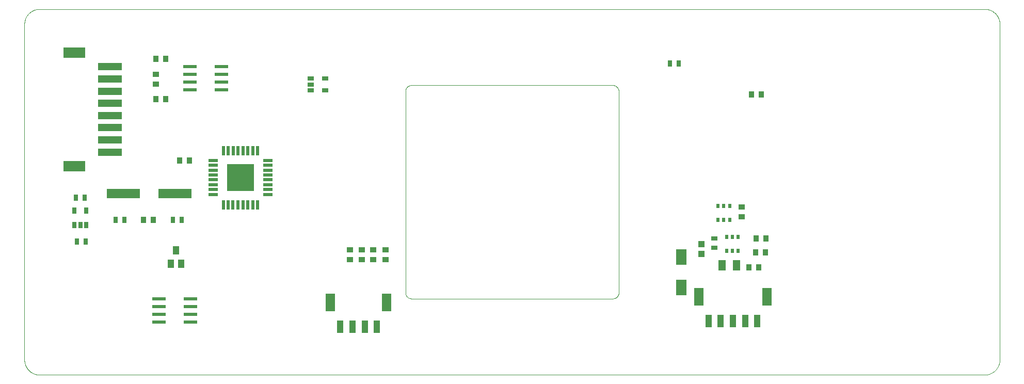
<source format=gtp>
G75*
%MOIN*%
%OFA0B0*%
%FSLAX25Y25*%
%IPPOS*%
%LPD*%
%AMOC8*
5,1,8,0,0,1.08239X$1,22.5*
%
%ADD10C,0.00039*%
%ADD11C,0.00000*%
%ADD12R,0.03937X0.03150*%
%ADD13R,0.03150X0.03937*%
%ADD14R,0.06693X0.09862*%
%ADD15R,0.15748X0.04724*%
%ADD16R,0.14173X0.06693*%
%ADD17R,0.04331X0.07874*%
%ADD18R,0.06299X0.11811*%
%ADD19R,0.03937X0.03937*%
%ADD20R,0.21654X0.05906*%
%ADD21R,0.03543X0.03937*%
%ADD22R,0.03937X0.03543*%
%ADD23R,0.08661X0.02362*%
%ADD24R,0.17717X0.17717*%
%ADD25R,0.01969X0.06299*%
%ADD26R,0.06299X0.01969*%
%ADD27R,0.02165X0.02559*%
%ADD28R,0.03937X0.05512*%
%ADD29R,0.03937X0.02756*%
%ADD30R,0.04724X0.07087*%
%ADD31R,0.02756X0.03937*%
D10*
X0032245Y0014343D02*
X0032245Y0230878D01*
X0032244Y0230878D02*
X0032247Y0231116D01*
X0032255Y0231354D01*
X0032270Y0231591D01*
X0032290Y0231828D01*
X0032316Y0232064D01*
X0032347Y0232300D01*
X0032384Y0232535D01*
X0032427Y0232769D01*
X0032476Y0233002D01*
X0032530Y0233234D01*
X0032590Y0233464D01*
X0032655Y0233693D01*
X0032726Y0233920D01*
X0032802Y0234145D01*
X0032884Y0234368D01*
X0032971Y0234590D01*
X0033063Y0234809D01*
X0033161Y0235026D01*
X0033263Y0235240D01*
X0033371Y0235452D01*
X0033485Y0235662D01*
X0033603Y0235868D01*
X0033726Y0236072D01*
X0033854Y0236272D01*
X0033986Y0236469D01*
X0034124Y0236664D01*
X0034266Y0236854D01*
X0034413Y0237042D01*
X0034564Y0237225D01*
X0034719Y0237405D01*
X0034879Y0237581D01*
X0035043Y0237753D01*
X0035212Y0237922D01*
X0035384Y0238086D01*
X0035560Y0238246D01*
X0035740Y0238401D01*
X0035923Y0238552D01*
X0036111Y0238699D01*
X0036301Y0238841D01*
X0036496Y0238979D01*
X0036693Y0239111D01*
X0036893Y0239239D01*
X0037097Y0239362D01*
X0037303Y0239480D01*
X0037513Y0239594D01*
X0037725Y0239702D01*
X0037939Y0239804D01*
X0038156Y0239902D01*
X0038375Y0239994D01*
X0038597Y0240081D01*
X0038820Y0240163D01*
X0039045Y0240239D01*
X0039272Y0240310D01*
X0039501Y0240375D01*
X0039731Y0240435D01*
X0039963Y0240489D01*
X0040196Y0240538D01*
X0040430Y0240581D01*
X0040665Y0240618D01*
X0040901Y0240649D01*
X0041137Y0240675D01*
X0041374Y0240695D01*
X0041611Y0240710D01*
X0041849Y0240718D01*
X0042087Y0240721D01*
X0042087Y0240720D02*
X0652323Y0240720D01*
X0652323Y0240721D02*
X0652561Y0240718D01*
X0652799Y0240710D01*
X0653036Y0240695D01*
X0653273Y0240675D01*
X0653509Y0240649D01*
X0653745Y0240618D01*
X0653980Y0240581D01*
X0654214Y0240538D01*
X0654447Y0240489D01*
X0654679Y0240435D01*
X0654909Y0240375D01*
X0655138Y0240310D01*
X0655365Y0240239D01*
X0655590Y0240163D01*
X0655813Y0240081D01*
X0656035Y0239994D01*
X0656254Y0239902D01*
X0656471Y0239804D01*
X0656685Y0239702D01*
X0656897Y0239594D01*
X0657107Y0239480D01*
X0657313Y0239362D01*
X0657517Y0239239D01*
X0657717Y0239111D01*
X0657914Y0238979D01*
X0658109Y0238841D01*
X0658299Y0238699D01*
X0658487Y0238552D01*
X0658670Y0238401D01*
X0658850Y0238246D01*
X0659026Y0238086D01*
X0659198Y0237922D01*
X0659367Y0237753D01*
X0659531Y0237581D01*
X0659691Y0237405D01*
X0659846Y0237225D01*
X0659997Y0237042D01*
X0660144Y0236854D01*
X0660286Y0236664D01*
X0660424Y0236469D01*
X0660556Y0236272D01*
X0660684Y0236072D01*
X0660807Y0235868D01*
X0660925Y0235662D01*
X0661039Y0235452D01*
X0661147Y0235240D01*
X0661249Y0235026D01*
X0661347Y0234809D01*
X0661439Y0234590D01*
X0661526Y0234368D01*
X0661608Y0234145D01*
X0661684Y0233920D01*
X0661755Y0233693D01*
X0661820Y0233464D01*
X0661880Y0233234D01*
X0661934Y0233002D01*
X0661983Y0232769D01*
X0662026Y0232535D01*
X0662063Y0232300D01*
X0662094Y0232064D01*
X0662120Y0231828D01*
X0662140Y0231591D01*
X0662155Y0231354D01*
X0662163Y0231116D01*
X0662166Y0230878D01*
X0662166Y0014343D01*
X0662163Y0014105D01*
X0662155Y0013867D01*
X0662140Y0013630D01*
X0662120Y0013393D01*
X0662094Y0013157D01*
X0662063Y0012921D01*
X0662026Y0012686D01*
X0661983Y0012452D01*
X0661934Y0012219D01*
X0661880Y0011987D01*
X0661820Y0011757D01*
X0661755Y0011528D01*
X0661684Y0011301D01*
X0661608Y0011076D01*
X0661526Y0010853D01*
X0661439Y0010631D01*
X0661347Y0010412D01*
X0661249Y0010195D01*
X0661147Y0009981D01*
X0661039Y0009769D01*
X0660925Y0009559D01*
X0660807Y0009353D01*
X0660684Y0009149D01*
X0660556Y0008949D01*
X0660424Y0008752D01*
X0660286Y0008557D01*
X0660144Y0008367D01*
X0659997Y0008179D01*
X0659846Y0007996D01*
X0659691Y0007816D01*
X0659531Y0007640D01*
X0659367Y0007468D01*
X0659198Y0007299D01*
X0659026Y0007135D01*
X0658850Y0006975D01*
X0658670Y0006820D01*
X0658487Y0006669D01*
X0658299Y0006522D01*
X0658109Y0006380D01*
X0657914Y0006242D01*
X0657717Y0006110D01*
X0657517Y0005982D01*
X0657313Y0005859D01*
X0657107Y0005741D01*
X0656897Y0005627D01*
X0656685Y0005519D01*
X0656471Y0005417D01*
X0656254Y0005319D01*
X0656035Y0005227D01*
X0655813Y0005140D01*
X0655590Y0005058D01*
X0655365Y0004982D01*
X0655138Y0004911D01*
X0654909Y0004846D01*
X0654679Y0004786D01*
X0654447Y0004732D01*
X0654214Y0004683D01*
X0653980Y0004640D01*
X0653745Y0004603D01*
X0653509Y0004572D01*
X0653273Y0004546D01*
X0653036Y0004526D01*
X0652799Y0004511D01*
X0652561Y0004503D01*
X0652323Y0004500D01*
X0042087Y0004500D01*
X0041849Y0004503D01*
X0041611Y0004511D01*
X0041374Y0004526D01*
X0041137Y0004546D01*
X0040901Y0004572D01*
X0040665Y0004603D01*
X0040430Y0004640D01*
X0040196Y0004683D01*
X0039963Y0004732D01*
X0039731Y0004786D01*
X0039501Y0004846D01*
X0039272Y0004911D01*
X0039045Y0004982D01*
X0038820Y0005058D01*
X0038597Y0005140D01*
X0038375Y0005227D01*
X0038156Y0005319D01*
X0037939Y0005417D01*
X0037725Y0005519D01*
X0037513Y0005627D01*
X0037303Y0005741D01*
X0037097Y0005859D01*
X0036893Y0005982D01*
X0036693Y0006110D01*
X0036496Y0006242D01*
X0036301Y0006380D01*
X0036111Y0006522D01*
X0035923Y0006669D01*
X0035740Y0006820D01*
X0035560Y0006975D01*
X0035384Y0007135D01*
X0035212Y0007299D01*
X0035043Y0007468D01*
X0034879Y0007640D01*
X0034719Y0007816D01*
X0034564Y0007996D01*
X0034413Y0008179D01*
X0034266Y0008367D01*
X0034124Y0008557D01*
X0033986Y0008752D01*
X0033854Y0008949D01*
X0033726Y0009149D01*
X0033603Y0009353D01*
X0033485Y0009559D01*
X0033371Y0009769D01*
X0033263Y0009981D01*
X0033161Y0010195D01*
X0033063Y0010412D01*
X0032971Y0010631D01*
X0032884Y0010853D01*
X0032802Y0011076D01*
X0032726Y0011301D01*
X0032655Y0011528D01*
X0032590Y0011757D01*
X0032530Y0011987D01*
X0032476Y0012219D01*
X0032427Y0012452D01*
X0032384Y0012686D01*
X0032347Y0012921D01*
X0032316Y0013157D01*
X0032290Y0013393D01*
X0032270Y0013630D01*
X0032255Y0013867D01*
X0032247Y0014105D01*
X0032244Y0014343D01*
D11*
X0278308Y0057650D02*
X0278308Y0187571D01*
X0278310Y0187695D01*
X0278316Y0187818D01*
X0278325Y0187942D01*
X0278339Y0188064D01*
X0278356Y0188187D01*
X0278378Y0188309D01*
X0278403Y0188430D01*
X0278432Y0188550D01*
X0278464Y0188669D01*
X0278501Y0188788D01*
X0278541Y0188905D01*
X0278584Y0189020D01*
X0278632Y0189135D01*
X0278683Y0189247D01*
X0278737Y0189358D01*
X0278795Y0189468D01*
X0278856Y0189575D01*
X0278921Y0189681D01*
X0278989Y0189784D01*
X0279060Y0189885D01*
X0279134Y0189984D01*
X0279211Y0190081D01*
X0279292Y0190175D01*
X0279375Y0190266D01*
X0279461Y0190355D01*
X0279550Y0190441D01*
X0279641Y0190524D01*
X0279735Y0190605D01*
X0279832Y0190682D01*
X0279931Y0190756D01*
X0280032Y0190827D01*
X0280135Y0190895D01*
X0280241Y0190960D01*
X0280348Y0191021D01*
X0280458Y0191079D01*
X0280569Y0191133D01*
X0280681Y0191184D01*
X0280796Y0191232D01*
X0280911Y0191275D01*
X0281028Y0191315D01*
X0281147Y0191352D01*
X0281266Y0191384D01*
X0281386Y0191413D01*
X0281507Y0191438D01*
X0281629Y0191460D01*
X0281752Y0191477D01*
X0281874Y0191491D01*
X0281998Y0191500D01*
X0282121Y0191506D01*
X0282245Y0191508D01*
X0412166Y0191508D01*
X0412290Y0191506D01*
X0412413Y0191500D01*
X0412537Y0191491D01*
X0412659Y0191477D01*
X0412782Y0191460D01*
X0412904Y0191438D01*
X0413025Y0191413D01*
X0413145Y0191384D01*
X0413264Y0191352D01*
X0413383Y0191315D01*
X0413500Y0191275D01*
X0413615Y0191232D01*
X0413730Y0191184D01*
X0413842Y0191133D01*
X0413953Y0191079D01*
X0414063Y0191021D01*
X0414170Y0190960D01*
X0414276Y0190895D01*
X0414379Y0190827D01*
X0414480Y0190756D01*
X0414579Y0190682D01*
X0414676Y0190605D01*
X0414770Y0190524D01*
X0414861Y0190441D01*
X0414950Y0190355D01*
X0415036Y0190266D01*
X0415119Y0190175D01*
X0415200Y0190081D01*
X0415277Y0189984D01*
X0415351Y0189885D01*
X0415422Y0189784D01*
X0415490Y0189681D01*
X0415555Y0189575D01*
X0415616Y0189468D01*
X0415674Y0189358D01*
X0415728Y0189247D01*
X0415779Y0189135D01*
X0415827Y0189020D01*
X0415870Y0188905D01*
X0415910Y0188788D01*
X0415947Y0188669D01*
X0415979Y0188550D01*
X0416008Y0188430D01*
X0416033Y0188309D01*
X0416055Y0188187D01*
X0416072Y0188064D01*
X0416086Y0187942D01*
X0416095Y0187818D01*
X0416101Y0187695D01*
X0416103Y0187571D01*
X0416103Y0057650D01*
X0416101Y0057526D01*
X0416095Y0057403D01*
X0416086Y0057279D01*
X0416072Y0057157D01*
X0416055Y0057034D01*
X0416033Y0056912D01*
X0416008Y0056791D01*
X0415979Y0056671D01*
X0415947Y0056552D01*
X0415910Y0056433D01*
X0415870Y0056316D01*
X0415827Y0056201D01*
X0415779Y0056086D01*
X0415728Y0055974D01*
X0415674Y0055863D01*
X0415616Y0055753D01*
X0415555Y0055646D01*
X0415490Y0055540D01*
X0415422Y0055437D01*
X0415351Y0055336D01*
X0415277Y0055237D01*
X0415200Y0055140D01*
X0415119Y0055046D01*
X0415036Y0054955D01*
X0414950Y0054866D01*
X0414861Y0054780D01*
X0414770Y0054697D01*
X0414676Y0054616D01*
X0414579Y0054539D01*
X0414480Y0054465D01*
X0414379Y0054394D01*
X0414276Y0054326D01*
X0414170Y0054261D01*
X0414063Y0054200D01*
X0413953Y0054142D01*
X0413842Y0054088D01*
X0413730Y0054037D01*
X0413615Y0053989D01*
X0413500Y0053946D01*
X0413383Y0053906D01*
X0413264Y0053869D01*
X0413145Y0053837D01*
X0413025Y0053808D01*
X0412904Y0053783D01*
X0412782Y0053761D01*
X0412659Y0053744D01*
X0412537Y0053730D01*
X0412413Y0053721D01*
X0412290Y0053715D01*
X0412166Y0053713D01*
X0282245Y0053713D01*
X0282121Y0053715D01*
X0281998Y0053721D01*
X0281874Y0053730D01*
X0281752Y0053744D01*
X0281629Y0053761D01*
X0281507Y0053783D01*
X0281386Y0053808D01*
X0281266Y0053837D01*
X0281147Y0053869D01*
X0281028Y0053906D01*
X0280911Y0053946D01*
X0280796Y0053989D01*
X0280681Y0054037D01*
X0280569Y0054088D01*
X0280458Y0054142D01*
X0280348Y0054200D01*
X0280241Y0054261D01*
X0280135Y0054326D01*
X0280032Y0054394D01*
X0279931Y0054465D01*
X0279832Y0054539D01*
X0279735Y0054616D01*
X0279641Y0054697D01*
X0279550Y0054780D01*
X0279461Y0054866D01*
X0279375Y0054955D01*
X0279292Y0055046D01*
X0279211Y0055140D01*
X0279134Y0055237D01*
X0279060Y0055336D01*
X0278989Y0055437D01*
X0278921Y0055540D01*
X0278856Y0055646D01*
X0278795Y0055753D01*
X0278737Y0055863D01*
X0278683Y0055974D01*
X0278632Y0056086D01*
X0278584Y0056201D01*
X0278541Y0056316D01*
X0278501Y0056433D01*
X0278464Y0056552D01*
X0278432Y0056671D01*
X0278403Y0056791D01*
X0278378Y0056912D01*
X0278356Y0057034D01*
X0278339Y0057157D01*
X0278325Y0057279D01*
X0278316Y0057403D01*
X0278310Y0057526D01*
X0278308Y0057650D01*
D12*
X0477763Y0086702D03*
X0477763Y0092411D03*
D13*
X0454699Y0205700D03*
X0448990Y0205700D03*
X0133699Y0104700D03*
X0127990Y0104700D03*
X0096699Y0104700D03*
X0090990Y0104700D03*
X0071699Y0090500D03*
X0065990Y0090500D03*
X0065490Y0119000D03*
X0071199Y0119000D03*
D14*
X0456345Y0080643D03*
X0456345Y0060957D03*
D15*
X0087545Y0148341D03*
X0087545Y0156215D03*
X0087545Y0164089D03*
X0087545Y0171963D03*
X0087545Y0179837D03*
X0087545Y0187711D03*
X0087545Y0195585D03*
X0087545Y0203459D03*
D16*
X0064513Y0212711D03*
X0064513Y0139089D03*
D17*
X0236234Y0035550D03*
X0244108Y0035550D03*
X0251982Y0035550D03*
X0259856Y0035550D03*
X0474097Y0039300D03*
X0481971Y0039300D03*
X0489845Y0039300D03*
X0497719Y0039300D03*
X0505593Y0039300D03*
D18*
X0511892Y0055048D03*
X0467797Y0055048D03*
X0266155Y0051298D03*
X0229934Y0051298D03*
D19*
X0469324Y0082535D03*
X0469324Y0088835D03*
D20*
X0129577Y0121700D03*
X0096112Y0121700D03*
D21*
X0109195Y0104700D03*
X0115494Y0104700D03*
X0132595Y0143000D03*
X0138894Y0143000D03*
X0123394Y0182500D03*
X0117095Y0182500D03*
X0117095Y0208500D03*
X0123394Y0208500D03*
X0501695Y0185500D03*
X0507994Y0185500D03*
X0511113Y0092735D03*
X0504814Y0092735D03*
X0504541Y0083656D03*
X0510840Y0083656D03*
X0506552Y0073839D03*
X0500252Y0073839D03*
D22*
X0495345Y0106450D03*
X0495345Y0112750D03*
X0265545Y0085250D03*
X0257545Y0085250D03*
X0250045Y0085250D03*
X0242545Y0085250D03*
X0242545Y0078950D03*
X0250045Y0078950D03*
X0257545Y0078950D03*
X0265545Y0078950D03*
X0117245Y0192350D03*
X0117245Y0198650D03*
D23*
X0139008Y0198500D03*
X0139008Y0193500D03*
X0139008Y0188500D03*
X0159481Y0188500D03*
X0159481Y0193500D03*
X0159481Y0198500D03*
X0159481Y0203500D03*
X0139008Y0203500D03*
X0139581Y0053600D03*
X0139581Y0048600D03*
X0139581Y0043600D03*
X0139581Y0038600D03*
X0119108Y0038600D03*
X0119108Y0043600D03*
X0119108Y0048600D03*
X0119108Y0053600D03*
D24*
X0171795Y0132000D03*
D25*
X0173369Y0114283D03*
X0170220Y0114283D03*
X0166676Y0114283D03*
X0163921Y0114283D03*
X0160771Y0114283D03*
X0176519Y0114283D03*
X0179669Y0114283D03*
X0182818Y0114283D03*
X0182818Y0149323D03*
X0179669Y0149323D03*
X0176519Y0149323D03*
X0173369Y0149323D03*
X0170220Y0149323D03*
X0167070Y0149323D03*
X0163921Y0149323D03*
X0160771Y0149323D03*
D26*
X0154078Y0143024D03*
X0154078Y0139874D03*
X0154078Y0136724D03*
X0154078Y0133575D03*
X0154078Y0130425D03*
X0154078Y0127276D03*
X0154078Y0124126D03*
X0154078Y0120976D03*
X0189511Y0120976D03*
X0189511Y0124126D03*
X0189511Y0127276D03*
X0189511Y0130425D03*
X0189511Y0133575D03*
X0189511Y0136724D03*
X0189511Y0139874D03*
X0189511Y0143024D03*
D27*
X0480204Y0113726D03*
X0483945Y0113726D03*
X0487685Y0113726D03*
X0487685Y0104474D03*
X0483945Y0104474D03*
X0480204Y0104474D03*
X0485822Y0093679D03*
X0489562Y0093679D03*
X0493302Y0093679D03*
X0493302Y0084427D03*
X0489562Y0084427D03*
X0485822Y0084427D03*
D28*
X0133591Y0076169D03*
X0126898Y0076169D03*
X0130245Y0084831D03*
D29*
X0217020Y0188260D03*
X0217020Y0192000D03*
X0217020Y0195740D03*
X0226469Y0195740D03*
X0226469Y0188260D03*
D30*
X0482720Y0075306D03*
X0492169Y0075306D03*
D31*
X0072085Y0101276D03*
X0068345Y0101276D03*
X0064604Y0101276D03*
X0064604Y0110724D03*
X0072085Y0110724D03*
M02*

</source>
